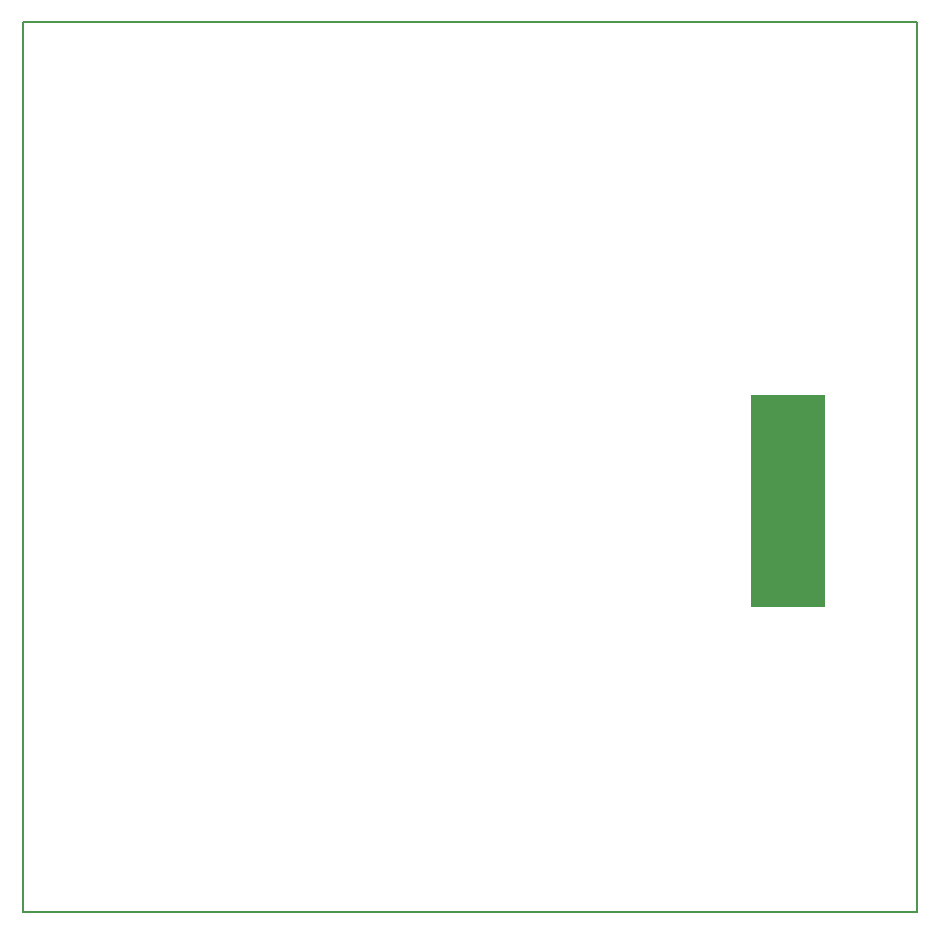
<source format=gko>
G04*
G04 #@! TF.GenerationSoftware,Altium Limited,Altium Designer,22.4.2 (48)*
G04*
G04 Layer_Color=16711935*
%FSLAX25Y25*%
%MOIN*%
G70*
G04*
G04 #@! TF.SameCoordinates,09A78814-C825-4F20-898B-51866AA435C6*
G04*
G04*
G04 #@! TF.FilePolarity,Positive*
G04*
G01*
G75*
%ADD56C,0.00500*%
%ADD57R,0.24803X0.70866*%
D56*
X0Y-500D02*
Y296000D01*
X298000D01*
X0Y-500D02*
X298000D01*
Y296000D01*
X0D02*
X298000D01*
X0Y-500D02*
Y296000D01*
D57*
X255024Y136500D02*
D03*
D03*
M02*

</source>
